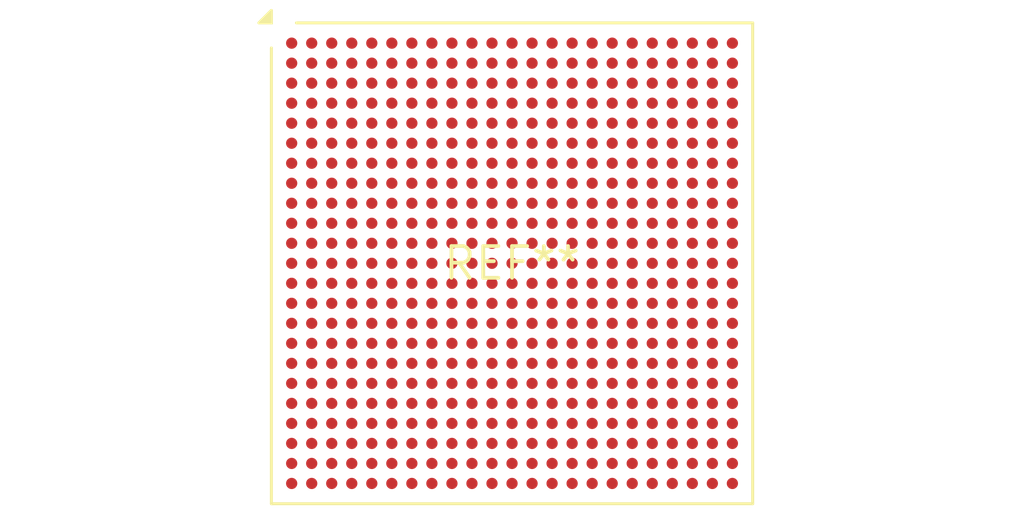
<source format=kicad_pcb>
(kicad_pcb (version 20240108) (generator pcbnew)
  (layers (0 "F.Cu" signal) (31 "B.Cu" signal) (34 "B.Paste" user) (35 "F.Paste" user) (36 "B.SilkS" user "B.Silkscreen") (37 "F.SilkS" user "F.Silkscreen") (38 "B.Mask" user) (39 "F.Mask" user) (44 "Edge.Cuts" user))
  (net 0 "")
  (footprint "BGA-529_19x19mm_Layout23x23_P0.8mm" (layer "F.Cu") (at 0 0)
    (property "Reference" "REF**")
    (property "Value" "BGA-529_19x19mm_Layout23x23_P0.8mm")
    (pad "A1" smd circle (at -8.8 -8.8) (size 0.45 0.45) (property pad_prop_bga) (layers "F.Cu" "F.Paste" "F.Mask"))
    (pad "A2" smd circle (at -8 -8.8) (size 0.45 0.45) (property pad_prop_bga) (layers "F.Cu" "F.Paste" "F.Mask"))
    (pad "A3" smd circle (at -7.2 -8.8) (size 0.45 0.45) (property pad_prop_bga) (layers "F.Cu" "F.Paste" "F.Mask"))
    (pad "A4" smd circle (at -6.4 -8.8) (size 0.45 0.45) (property pad_prop_bga) (layers "F.Cu" "F.Paste" "F.Mask"))
    (pad "A5" smd circle (at -5.6 -8.8) (size 0.45 0.45) (property pad_prop_bga) (layers "F.Cu" "F.Paste" "F.Mask"))
    (pad "A6" smd circle (at -4.8 -8.8) (size 0.45 0.45) (property pad_prop_bga) (layers "F.Cu" "F.Paste" "F.Mask"))
    (pad "A7" smd circle (at -4 -8.8) (size 0.45 0.45) (property pad_prop_bga) (layers "F.Cu" "F.Paste" "F.Mask"))
    (pad "A8" smd circle (at -3.2 -8.8) (size 0.45 0.45) (property pad_prop_bga) (layers "F.Cu" "F.Paste" "F.Mask"))
    (pad "A9" smd circle (at -2.4 -8.8) (size 0.45 0.45) (property pad_prop_bga) (layers "F.Cu" "F.Paste" "F.Mask"))
    (pad "A10" smd circle (at -1.6 -8.8) (size 0.45 0.45) (property pad_prop_bga) (layers "F.Cu" "F.Paste" "F.Mask"))
    (pad "A11" smd circle (at -0.8 -8.8) (size 0.45 0.45) (property pad_prop_bga) (layers "F.Cu" "F.Paste" "F.Mask"))
    (pad "A12" smd circle (at 0 -8.8) (size 0.45 0.45) (property pad_prop_bga) (layers "F.Cu" "F.Paste" "F.Mask"))
    (pad "A13" smd circle (at 0.8 -8.8) (size 0.45 0.45) (property pad_prop_bga) (layers "F.Cu" "F.Paste" "F.Mask"))
    (pad "A14" smd circle (at 1.6 -8.8) (size 0.45 0.45) (property pad_prop_bga) (layers "F.Cu" "F.Paste" "F.Mask"))
    (pad "A15" smd circle (at 2.4 -8.8) (size 0.45 0.45) (property pad_prop_bga) (layers "F.Cu" "F.Paste" "F.Mask"))
    (pad "A16" smd circle (at 3.2 -8.8) (size 0.45 0.45) (property pad_prop_bga) (layers "F.Cu" "F.Paste" "F.Mask"))
    (pad "A17" smd circle (at 4 -8.8) (size 0.45 0.45) (property pad_prop_bga) (layers "F.Cu" "F.Paste" "F.Mask"))
    (pad "A18" smd circle (at 4.8 -8.8) (size 0.45 0.45) (property pad_prop_bga) (layers "F.Cu" "F.Paste" "F.Mask"))
    (pad "A19" smd circle (at 5.6 -8.8) (size 0.45 0.45) (property pad_prop_bga) (layers "F.Cu" "F.Paste" "F.Mask"))
    (pad "A20" smd circle (at 6.4 -8.8) (size 0.45 0.45) (property pad_prop_bga) (layers "F.Cu" "F.Paste" "F.Mask"))
    (pad "A21" smd circle (at 7.2 -8.8) (size 0.45 0.45) (property pad_prop_bga) (layers "F.Cu" "F.Paste" "F.Mask"))
    (pad "A22" smd circle (at 8 -8.8) (size 0.45 0.45) (property pad_prop_bga) (layers "F.Cu" "F.Paste" "F.Mask"))
    (pad "A23" smd circle (at 8.8 -8.8) (size 0.45 0.45) (property pad_prop_bga) (layers "F.Cu" "F.Paste" "F.Mask"))
    (pad "AA1" smd circle (at -8.8 7.2) (size 0.45 0.45) (property pad_prop_bga) (layers "F.Cu" "F.Paste" "F.Mask"))
    (pad "AA2" smd circle (at -8 7.2) (size 0.45 0.45) (property pad_prop_bga) (layers "F.Cu" "F.Paste" "F.Mask"))
    (pad "AA3" smd circle (at -7.2 7.2) (size 0.45 0.45) (property pad_prop_bga) (layers "F.Cu" "F.Paste" "F.Mask"))
    (pad "AA4" smd circle (at -6.4 7.2) (size 0.45 0.45) (property pad_prop_bga) (layers "F.Cu" "F.Paste" "F.Mask"))
    (pad "AA5" smd circle (at -5.6 7.2) (size 0.45 0.45) (property pad_prop_bga) (layers "F.Cu" "F.Paste" "F.Mask"))
    (pad "AA6" smd circle (at -4.8 7.2) (size 0.45 0.45) (property pad_prop_bga) (layers "F.Cu" "F.Paste" "F.Mask"))
    (pad "AA7" smd circle (at -4 7.2) (size 0.45 0.45) (property pad_prop_bga) (layers "F.Cu" "F.Paste" "F.Mask"))
    (pad "AA8" smd circle (at -3.2 7.2) (size 0.45 0.45) (property pad_prop_bga) (layers "F.Cu" "F.Paste" "F.Mask"))
    (pad "AA9" smd circle (at -2.4 7.2) (size 0.45 0.45) (property pad_prop_bga) (layers "F.Cu" "F.Paste" "F.Mask"))
    (pad "AA10" smd circle (at -1.6 7.2) (size 0.45 0.45) (property pad_prop_bga) (layers "F.Cu" "F.Paste" "F.Mask"))
    (pad "AA11" smd circle (at -0.8 7.2) (size 0.45 0.45) (property pad_prop_bga) (layers "F.Cu" "F.Paste" "F.Mask"))
    (pad "AA12" smd circle (at 0 7.2) (size 0.45 0.45) (property pad_prop_bga) (layers "F.Cu" "F.Paste" "F.Mask"))
    (pad "AA13" smd circle (at 0.8 7.2) (size 0.45 0.45) (property pad_prop_bga) (layers "F.Cu" "F.Paste" "F.Mask"))
    (pad "AA14" smd circle (at 1.6 7.2) (size 0.45 0.45) (property pad_prop_bga) (layers "F.Cu" "F.Paste" "F.Mask"))
    (pad "AA15" smd circle (at 2.4 7.2) (size 0.45 0.45) (property pad_prop_bga) (layers "F.Cu" "F.Paste" "F.Mask"))
    (pad "AA16" smd circle (at 3.2 7.2) (size 0.45 0.45) (property pad_prop_bga) (layers "F.Cu" "F.Paste" "F.Mask"))
    (pad "AA17" smd circle (at 4 7.2) (size 0.45 0.45) (property pad_prop_bga) (layers "F.Cu" "F.Paste" "F.Mask"))
    (pad "AA18" smd circle (at 4.8 7.2) (size 0.45 0.45) (property pad_prop_bga) (layers "F.Cu" "F.Paste" "F.Mask"))
    (pad "AA19" smd circle (at 5.6 7.2) (size 0.45 0.45) (property pad_prop_bga) (layers "F.Cu" "F.Paste" "F.Mask"))
    (pad "AA20" smd circle (at 6.4 7.2) (size 0.45 0.45) (property pad_prop_bga) (layers "F.Cu" "F.Paste" "F.Mask"))
    (pad "AA21" smd circle (at 7.2 7.2) (size 0.45 0.45) (property pad_prop_bga) (layers "F.Cu" "F.Paste" "F.Mask"))
    (pad "AA22" smd circle (at 8 7.2) (size 0.45 0.45) (property pad_prop_bga) (layers "F.Cu" "F.Paste" "F.Mask"))
    (pad "AA23" smd circle (at 8.8 7.2) (size 0.45 0.45) (property pad_prop_bga) (layers "F.Cu" "F.Paste" "F.Mask"))
    (pad "AB1" smd circle (at -8.8 8) (size 0.45 0.45) (property pad_prop_bga) (layers "F.Cu" "F.Paste" "F.Mask"))
    (pad "AB2" smd circle (at -8 8) (size 0.45 0.45) (property pad_prop_bga) (layers "F.Cu" "F.Paste" "F.Mask"))
    (pad "AB3" smd circle (at -7.2 8) (size 0.45 0.45) (property pad_prop_bga) (layers "F.Cu" "F.Paste" "F.Mask"))
    (pad "AB4" smd circle (at -6.4 8) (size 0.45 0.45) (property pad_prop_bga) (layers "F.Cu" "F.Paste" "F.Mask"))
    (pad "AB5" smd circle (at -5.6 8) (size 0.45 0.45) (property pad_prop_bga) (layers "F.Cu" "F.Paste" "F.Mask"))
    (pad "AB6" smd circle (at -4.8 8) (size 0.45 0.45) (property pad_prop_bga) (layers "F.Cu" "F.Paste" "F.Mask"))
    (pad "AB7" smd circle (at -4 8) (size 0.45 0.45) (property pad_prop_bga) (layers "F.Cu" "F.Paste" "F.Mask"))
    (pad "AB8" smd circle (at -3.2 8) (size 0.45 0.45) (property pad_prop_bga) (layers "F.Cu" "F.Paste" "F.Mask"))
    (pad "AB9" smd circle (at -2.4 8) (size 0.45 0.45) (property pad_prop_bga) (layers "F.Cu" "F.Paste" "F.Mask"))
    (pad "AB10" smd circle (at -1.6 8) (size 0.45 0.45) (property pad_prop_bga) (layers "F.Cu" "F.Paste" "F.Mask"))
    (pad "AB11" smd circle (at -0.8 8) (size 0.45 0.45) (property pad_prop_bga) (layers "F.Cu" "F.Paste" "F.Mask"))
    (pad "AB12" smd circle (at 0 8) (size 0.45 0.45) (property pad_prop_bga) (layers "F.Cu" "F.Paste" "F.Mask"))
    (pad "AB13" smd circle (at 0.8 8) (size 0.45 0.45) (property pad_prop_bga) (layers "F.Cu" "F.Paste" "F.Mask"))
    (pad "AB14" smd circle (at 1.6 8) (size 0.45 0.45) (property pad_prop_bga) (layers "F.Cu" "F.Paste" "F.Mask"))
    (pad "AB15" smd circle (at 2.4 8) (size 0.45 0.45) (property pad_prop_bga) (layers "F.Cu" "F.Paste" "F.Mask"))
    (pad "AB16" smd circle (at 3.2 8) (size 0.45 0.45) (property pad_prop_bga) (layers "F.Cu" "F.Paste" "F.Mask"))
    (pad "AB17" smd circle (at 4 8) (size 0.45 0.45) (property pad_prop_bga) (layers "F.Cu" "F.Paste" "F.Mask"))
    (pad "AB18" smd circle (at 4.8 8) (size 0.45 0.45) (property pad_prop_bga) (layers "F.Cu" "F.Paste" "F.Mask"))
    (pad "AB19" smd circle (at 5.6 8) (size 0.45 0.45) (property pad_prop_bga) (layers "F.Cu" "F.Paste" "F.Mask"))
    (pad "AB20" smd circle (at 6.4 8) (size 0.45 0.45) (property pad_prop_bga) (layers "F.Cu" "F.Paste" "F.Mask"))
    (pad "AB21" smd circle (at 7.2 8) (size 0.45 0.45) (property pad_prop_bga) (layers "F.Cu" "F.Paste" "F.Mask"))
    (pad "AB22" smd circle (at 8 8) (size 0.45 0.45) (property pad_prop_bga) (layers "F.Cu" "F.Paste" "F.Mask"))
    (pad "AB23" smd circle (at 8.8 8) (size 0.45 0.45) (property pad_prop_bga) (layers "F.Cu" "F.Paste" "F.Mask"))
    (pad "AC1" smd circle (at -8.8 8.8) (size 0.45 0.45) (property pad_prop_bga) (layers "F.Cu" "F.Paste" "F.Mask"))
    (pad "AC2" smd circle (at -8 8.8) (size 0.45 0.45) (property pad_prop_bga) (layers "F.Cu" "F.Paste" "F.Mask"))
    (pad "AC3" smd circle (at -7.2 8.8) (size 0.45 0.45) (property pad_prop_bga) (layers "F.Cu" "F.Paste" "F.Mask"))
    (pad "AC4" smd circle (at -6.4 8.8) (size 0.45 0.45) (property pad_prop_bga) (layers "F.Cu" "F.Paste" "F.Mask"))
    (pad "AC5" smd circle (at -5.6 8.8) (size 0.45 0.45) (property pad_prop_bga) (layers "F.Cu" "F.Paste" "F.Mask"))
    (pad "AC6" smd circle (at -4.8 8.8) (size 0.45 0.45) (property pad_prop_bga) (layers "F.Cu" "F.Paste" "F.Mask"))
    (pad "AC7" smd circle (at -4 8.8) (size 0.45 0.45) (property pad_prop_bga) (layers "F.Cu" "F.Paste" "F.Mask"))
    (pad "AC8" smd circle (at -3.2 8.8) (size 0.45 0.45) (property pad_prop_bga) (layers "F.Cu" "F.Paste" "F.Mask"))
    (pad "AC9" smd circle (at -2.4 8.8) (size 0.45 0.45) (property pad_prop_bga) (layers "F.Cu" "F.Paste" "F.Mask"))
    (pad "AC10" smd circle (at -1.6 8.8) (size 0.45 0.45) (property pad_prop_bga) (layers "F.Cu" "F.Paste" "F.Mask"))
    (pad "AC11" smd circle (at -0.8 8.8) (size 0.45 0.45) (property pad_prop_bga) (layers "F.Cu" "F.Paste" "F.Mask"))
    (pad "AC12" smd circle (at 0 8.8) (size 0.45 0.45) (property pad_prop_bga) (layers "F.Cu" "F.Paste" "F.Mask"))
    (pad "AC13" smd circle (at 0.8 8.8) (size 0.45 0.45) (property pad_prop_bga) (layers "F.Cu" "F.Paste" "F.Mask"))
    (pad "AC14" smd circle (at 1.6 8.8) (size 0.45 0.45) (property pad_prop_bga) (layers "F.Cu" "F.Paste" "F.Mask"))
    (pad "AC15" smd circle (at 2.4 8.8) (size 0.45 0.45) (property pad_prop_bga) (layers "F.Cu" "F.Paste" "F.Mask"))
    (pad "AC16" smd circle (at 3.2 8.8) (size 0.45 0.45) (property pad_prop_bga) (layers "F.Cu" "F.Paste" "F.Mask"))
    (pad "AC17" smd circle (at 4 8.8) (size 0.45 0.45) (property pad_prop_bga) (layers "F.Cu" "F.Paste" "F.Mask"))
    (pad "AC18" smd circle (at 4.8 8.8) (size 0.45 0.45) (property pad_prop_bga) (layers "F.Cu" "F.Paste" "F.Mask"))
    (pad "AC19" smd circle (at 5.6 8.8) (size 0.45 0.45) (property pad_prop_bga) (layers "F.Cu" "F.Paste" "F.Mask"))
    (pad "AC20" smd circle (at 6.4 8.8) (size 0.45 0.45) (property pad_prop_bga) (layers "F.Cu" "F.Paste" "F.Mask"))
    (pad "AC21" smd circle (at 7.2 8.8) (size 0.45 0.45) (property pad_prop_bga) (layers "F.Cu" "F.Paste" "F.Mask"))
    (pad "AC22" smd circle (at 8 8.8) (size 0.45 0.45) (property pad_prop_bga) (layers "F.Cu" "F.Paste" "F.Mask"))
    (pad "AC23" smd circle (at 8.8 8.8) (size 0.45 0.45) (property pad_prop_bga) (layers "F.Cu" "F.Paste" "F.Mask"))
    (pad "B1" smd circle (at -8.8 -8) (size 0.45 0.45) (property pad_prop_bga) (layers "F.Cu" "F.Paste" "F.Mask"))
    (pad "B2" smd circle (at -8 -8) (size 0.45 0.45) (property pad_prop_bga) (layers "F.Cu" "F.Paste" "F.Mask"))
    (pad "B3" smd circle (at -7.2 -8) (size 0.45 0.45) (property pad_prop_bga) (layers "F.Cu" "F.Paste" "F.Mask"))
    (pad "B4" smd circle (at -6.4 -8) (size 0.45 0.45) (property pad_prop_bga) (layers "F.Cu" "F.Paste" "F.Mask"))
    (pad "B5" smd circle (at -5.6 -8) (size 0.45 0.45) (property pad_prop_bga) (layers "F.Cu" "F.Paste" "F.Mask"))
    (pad "B6" smd circle (at -4.8 -8) (size 0.45 0.45) (property pad_prop_bga) (layers "F.Cu" "F.Paste" "F.Mask"))
    (pad "B7" smd circle (at -4 -8) (size 0.45 0.45) (property pad_prop_bga) (layers "F.Cu" "F.Paste" "F.Mask"))
    (pad "B8" smd circle (at -3.2 -8) (size 0.45 0.45) (property pad_prop_bga) (layers "F.Cu" "F.Paste" "F.Mask"))
    (pad "B9" smd circle (at -2.4 -8) (size 0.45 0.45) (property pad_prop_bga) (layers "F.Cu" "F.Paste" "F.Mask"))
    (pad "B10" smd circle (at -1.6 -8) (size 0.45 0.45) (property pad_prop_bga) (layers "F.Cu" "F.Paste" "F.Mask"))
    (pad "B11" smd circle (at -0.8 -8) (size 0.45 0.45) (property pad_prop_bga) (layers "F.Cu" "F.Paste" "F.Mask"))
    (pad "B12" smd circle (at 0 -8) (size 0.45 0.45) (property pad_prop_bga) (layers "F.Cu" "F.Paste" "F.Mask"))
    (pad "B13" smd circle (at 0.8 -8) (size 0.45 0.45) (property pad_prop_bga) (layers "F.Cu" "F.Paste" "F.Mask"))
    (pad "B14" smd circle (at 1.6 -8) (size 0.45 0.45) (property pad_prop_bga) (layers "F.Cu" "F.Paste" "F.Mask"))
    (pad "B15" smd circle (at 2.4 -8) (size 0.45 0.45) (property pad_prop_bga) (layers "F.Cu" "F.Paste" "F.Mask"))
    (pad "B16" smd circle (at 3.2 -8) (size 0.45 0.45) (property pad_prop_bga) (layers "F.Cu" "F.Paste" "F.Mask"))
    (pad "B17" smd circle (at 4 -8) (size 0.45 0.45) (property pad_prop_bga) (layers "F.Cu" "F.Paste" "F.Mask"))
    (pad "B18" smd circle (at 4.8 -8) (size 0.45 0.45) (property pad_prop_bga) (layers "F.Cu" "F.Paste" "F.Mask"))
    (pad "B19" smd circle (at 5.6 -8) (size 0.45 0.45) (property pad_prop_bga) (layers "F.Cu" "F.Paste" "F.Mask"))
    (pad "B20" smd circle (at 6.4 -8) (size 0.45 0.45) (property pad_prop_bga) (layers "F.Cu" "F.Paste" "F.Mask"))
    (pad "B21" smd circle (at 7.2 -8) (size 0.45 0.45) (property pad_prop_bga) (layers "F.Cu" "F.Paste" "F.Mask"))
    (pad "B22" smd circle (at 8 -8) (size 0.45 0.45) (property pad_prop_bga) (layers "F.Cu" "F.Paste" "F.Mask"))
    (pad "B23" smd circle (at 8.8 -8) (size 0.45 0.45) (property pad_prop_bga) (layers "F.Cu" "F.Paste" "F.Mask"))
    (pad "C1" smd circle (at -8.8 -7.2) (size 0.45 0.45) (property pad_prop_bga) (layers "F.Cu" "F.Paste" "F.Mask"))
    (pad "C2" smd circle (at -8 -7.2) (size 0.45 0.45) (property pad_prop_bga) (layers "F.Cu" "F.Paste" "F.Mask"))
    (pad "C3" smd circle (at -7.2 -7.2) (size 0.45 0.45) (property pad_prop_bga) (layers "F.Cu" "F.Paste" "F.Mask"))
    (pad "C4" smd circle (at -6.4 -7.2) (size 0.45 0.45) (property pad_prop_bga) (layers "F.Cu" "F.Paste" "F.Mask"))
    (pad "C5" smd circle (at -5.6 -7.2) (size 0.45 0.45) (property pad_prop_bga) (layers "F.Cu" "F.Paste" "F.Mask"))
    (pad "C6" smd circle (at -4.8 -7.2) (size 0.45 0.45) (property pad_prop_bga) (layers "F.Cu" "F.Paste" "F.Mask"))
    (pad "C7" smd circle (at -4 -7.2) (size 0.45 0.45) (property pad_prop_bga) (layers "F.Cu" "F.Paste" "F.Mask"))
    (pad "C8" smd circle (at -3.2 -7.2) (size 0.45 0.45) (property pad_prop_bga) (layers "F.Cu" "F.Paste" "F.Mask"))
    (pad "C9" smd circle (at -2.4 -7.2) (size 0.45 0.45) (property pad_prop_bga) (layers "F.Cu" "F.Paste" "F.Mask"))
    (pad "C10" smd circle (at -1.6 -7.2) (size 0.45 0.45) (property pad_prop_bga) (layers "F.Cu" "F.Paste" "F.Mask"))
    (pad "C11" smd circle (at -0.8 -7.2) (size 0.45 0.45) (property pad_prop_bga) (layers "F.Cu" "F.Paste" "F.Mask"))
    (pad "C12" smd circle (at 0 -7.2) (size 0.45 0.45) (property pad_prop_bga) (layers "F.Cu" "F.Paste" "F.Mask"))
    (pad "C13" smd circle (at 0.8 -7.2) (size 0.45 0.45) (property pad_prop_bga) (layers "F.Cu" "F.Paste" "F.Mask"))
    (pad "C14" smd circle (at 1.6 -7.2) (size 0.45 0.45) (property pad_prop_bga) (layers "F.Cu" "F.Paste" "F.Mask"))
    (pad "C15" smd circle (at 2.4 -7.2) (size 0.45 0.45) (property pad_prop_bga) (layers "F.Cu" "F.Paste" "F.Mask"))
    (pad "C16" smd circle (at 3.2 -7.2) (size 0.45 0.45) (property pad_prop_bga) (layers "F.Cu" "F.Paste" "F.Mask"))
    (pad "C17" smd circle (at 4 -7.2) (size 0.45 0.45) (property pad_prop_bga) (layers "F.Cu" "F.Paste" "F.Mask"))
    (pad "C18" smd circle (at 4.8 -7.2) (size 0.45 0.45) (property pad_prop_bga) (layers "F.Cu" "F.Paste" "F.Mask"))
    (pad "C19" smd circle (at 5.6 -7.2) (size 0.45 0.45) (property pad_prop_bga) (layers "F.Cu" "F.Paste" "F.Mask"))
    (pad "C20" smd circle (at 6.4 -7.2) (size 0.45 0.45) (property pad_prop_bga) (layers "F.Cu" "F.Paste" "F.Mask"))
    (pad "C21" smd circle (at 7.2 -7.2) (size 0.45 0.45) (property pad_prop_bga) (layers "F.Cu" "F.Paste" "F.Mask"))
    (pad "C22" smd circle (at 8 -7.2) (size 0.45 0.45) (property pad_prop_bga) (layers "F.Cu" "F.Paste" "F.Mask"))
    (pad "C23" smd circle (at 8.8 -7.2) (size 0.45 0.45) (property pad_prop_bga) (layers "F.Cu" "F.Paste" "F.Mask"))
    (pad "D1" smd circle (at -8.8 -6.4) (size 0.45 0.45) (property pad_prop_bga) (layers "F.Cu" "F.Paste" "F.Mask"))
    (pad "D2" smd circle (at -8 -6.4) (size 0.45 0.45) (property pad_prop_bga) (layers "F.Cu" "F.Paste" "F.Mask"))
    (pad "D3" smd circle (at -7.2 -6.4) (size 0.45 0.45) (property pad_prop_bga) (layers "F.Cu" "F.Paste" "F.Mask"))
    (pad "D4" smd circle (at -6.4 -6.4) (size 0.45 0.45) (property pad_prop_bga) (layers "F.Cu" "F.Paste" "F.Mask"))
    (pad "D5" smd circle (at -5.6 -6.4) (size 0.45 0.45) (property pad_prop_bga) (layers "F.Cu" "F.Paste" "F.Mask"))
    (pad "D6" smd circle (at -4.8 -6.4) (size 0.45 0.45) (property pad_prop_bga) (layers "F.Cu" "F.Paste" "F.Mask"))
    (pad "D7" smd circle (at -4 -6.4) (size 0.45 0.45) (property pad_prop_bga) (layers "F.Cu" "F.Paste" "F.Mask"))
    (pad "D8" smd circle (at -3.2 -6.4) (size 0.45 0.45) (property pad_prop_bga) (layers "F.Cu" "F.Paste" "F.Mask"))
    (pad "D9" smd circle (at -2.4 -6.4) (size 0.45 0.45) (property pad_prop_bga) (layers "F.Cu" "F.Paste" "F.Mask"))
    (pad "D10" smd circle (at -1.6 -6.4) (size 0.45 0.45) (property pad_prop_bga) (layers "F.Cu" "F.Paste" "F.Mask"))
    (pad "D11" smd circle (at -0.8 -6.4) (size 0.45 0.45) (property pad_prop_bga) (layers "F.Cu" "F.Paste" "F.Mask"))
    (pad "D12" smd circle (at 0 -6.4) (size 0.45 0.45) (property pad_prop_bga) (layers "F.Cu" "F.Paste" "F.Mask"))
    (pad "D13" smd circle (at 0.8 -6.4) (size 0.45 0.45) (property pad_prop_bga) (layers "F.Cu" "F.Paste" "F.Mask"))
    (pad "D14" smd circle (at 1.6 -6.4) (size 0.45 0.45) (property pad_prop_bga) (layers "F.Cu" "F.Paste" "F.Mask"))
    (pad "D15" smd circle (at 2.4 -6.4) (size 0.45 0.45) (property pad_prop_bga) (layers "F.Cu" "F.Paste" "F.Mask"))
    (pad "D16" smd circle (at 3.2 -6.4) (size 0.45 0.45) (property pad_prop_bga) (layers "F.Cu" "F.Paste" "F.Mask"))
    (pad "D17" smd circle (at 4 -6.4) (size 0.45 0.45) (property pad_prop_bga) (layers "F.Cu" "F.Paste" "F.Mask"))
    (pad "D18" smd circle (at 4.8 -6.4) (size 0.45 0.45) (property pad_prop_bga) (layers "F.Cu" "F.Paste" "F.Mask"))
    (pad "D19" smd circle (at 5.6 -6.4) (size 0.45 0.45) (property pad_prop_bga) (layers "F.Cu" "F.Paste" "F.Mask"))
    (pad "D20" smd circle (at 6.4 -6.4) (size 0.45 0.45) (property pad_prop_bga) (layers "F.Cu" "F.Paste" "F.Mask"))
    (pad "D21" smd circle (at 7.2 -6.4) (size 0.45 0.45) (property pad_prop_bga) (layers "F.Cu" "F.Paste" "F.Mask"))
    (pad "D22" smd circle (at 8 -6.4) (size 0.45 0.45) (property pad_prop_bga) (layers "F.Cu" "F.Paste" "F.Mask"))
    (pad "D23" smd circle (at 8.8 -6.4) (size 0.45 0.45) (property pad_prop_bga) (layers "F.Cu" "F.Paste" "F.Mask"))
    (pad "E1" smd circle (at -8.8 -5.6) (size 0.45 0.45) (property pad_prop_bga) (layers "F.Cu" "F.Paste" "F.Mask"))
    (pad "E2" smd circle (at -8 -5.6) (size 0.45 0.45) (property pad_prop_bga) (layers "F.Cu" "F.Paste" "F.Mask"))
    (pad "E3" smd circle (at -7.2 -5.6) (size 0.45 0.45) (property pad_prop_bga) (layers "F.Cu" "F.Paste" "F.Mask"))
    (pad "E4" smd circle (at -6.4 -5.6) (size 0.45 0.45) (property pad_prop_bga) (layers "F.Cu" "F.Paste" "F.Mask"))
    (pad "E5" smd circle (at -5.6 -5.6) (size 0.45 0.45) (property pad_prop_bga) (layers "F.Cu" "F.Paste" "F.Mask"))
    (pad "E6" smd circle (at -4.8 -5.6) (size 0.45 0.45) (property pad_prop_bga) (layers "F.Cu" "F.Paste" "F.Mask"))
    (pad "E7" smd circle (at -4 -5.6) (size 0.45 0.45) (property pad_prop_bga) (layers "F.Cu" "F.Paste" "F.Mask"))
    (pad "E8" smd circle (at -3.2 -5.6) (size 0.45 0.45) (property pad_prop_bga) (layers "F.Cu" "F.Paste" "F.Mask"))
    (pad "E9" smd circle (at -2.4 -5.6) (size 0.45 0.45) (property pad_prop_bga) (layers "F.Cu" "F.Paste" "F.Mask"))
    (pad "E10" smd circle (at -1.6 -5.6) (size 0.45 0.45) (property pad_prop_bga) (layers "F.Cu" "F.Paste" "F.Mask"))
    (pad "E11" smd circle (at -0.8 -5.6) (size 0.45 0.45) (property pad_prop_bga) (layers "F.Cu" "F.Paste" "F.Mask"))
    (pad "E12" smd circle (at 0 -5.6) (size 0.45 0.45) (property pad_prop_bga) (layers "F.Cu" "F.Paste" "F.Mask"))
    (pad "E13" smd circle (at 0.8 -5.6) (size 0.45 0.45) (property pad_prop_bga) (layers "F.Cu" "F.Paste" "F.Mask"))
    (pad "E14" smd circle (at 1.6 -5.6) (size 0.45 0.45) (property pad_prop_bga) (layers "F.Cu" "F.Paste" "F.Mask"))
    (pad "E15" smd circle (at 2.4 -5.6) (size 0.45 0.45) (property pad_prop_bga) (layers "F.Cu" "F.Paste" "F.Mask"))
    (pad "E16" smd circle (at 3.2 -5.6) (size 0.45 0.45) (property pad_prop_bga) (layers "F.Cu" "F.Paste" "F.Mask"))
    (pad "E17" smd circle (at 4 -5.6) (size 0.45 0.45) (property pad_prop_bga) (layers "F.Cu" "F.Paste" "F.Mask"))
    (pad "E18" smd circle (at 4.8 -5.6) (size 0.45 0.45) (property pad_prop_bga) (layers "F.Cu" "F.Paste" "F.Mask"))
    (pad "E19" smd circle (at 5.6 -5.6) (size 0.45 0.45) (property pad_prop_bga) (layers "F.Cu" "F.Paste" "F.Mask"))
    (pad "E20" smd circle (at 6.4 -5.6) (size 0.45 0.45) (property pad_prop_bga) (layers "F.Cu" "F.Paste" "F.Mask"))
    (pad "E21" smd circle (at 7.2 -5.6) (size 0.45 0.45) (property pad_prop_bga) (layers "F.Cu" "F.Paste" "F.Mask"))
    (pad "E22" smd circle (at 8 -5.6) (size 0.45 0.45) (property pad_prop_bga) (layers "F.Cu" "F.Paste" "F.Mask"))
    (pad "E23" smd circle (at 8.8 -5.6) (size 0.45 0.45) (property pad_prop_bga) (layers "F.Cu" "F.Paste" "F.Mask"))
    (pad "F1" smd circle (at -8.8 -4.8) (size 0.45 0.45) (property pad_prop_bga) (layers "F.Cu" "F.Paste" "F.Mask"))
    (pad "F2" smd circle (at -8 -4.8) (size 0.45 0.45) (property pad_prop_bga) (layers "F.Cu" "F.Paste" "F.Mask"))
    (pad "F3" smd circle (at -7.2 -4.8) (size 0.45 0.45) (property pad_prop_bga) (layers "F.Cu" "F.Paste" "F.Mask"))
    (pad "F4" smd circle (at -6.4 -4.8) (size 0.45 0.45) (property pad_prop_bga) (layers "F.Cu" "F.Paste" "F.Mask"))
    (pad "F5" smd circle (at -5.6 -4.8) (size 0.45 0.45) (property pad_prop_bga) (layers "F.Cu" "F.Paste" "F.Mask"))
    (pad "F6" smd circle (at -4.8 -4.8) (size 0.45 0.45) (property pad_prop_bga) (layers "F.Cu" "F.Paste" "F.Mask"))
    (pad "F7" smd circle (at -4 -4.8) (size 0.45 0.45) (property pad_prop_bga) (layers "F.Cu" "F.Paste" "F.Mask"))
    (pad "F8" smd circle (at -3.2 -4.8) (size 0.45 0.45) (property pad_prop_bga) (layers "F.Cu" "F.Paste" "F.Mask"))
    (pad "F9" smd circle (at -2.4 -4.8) (size 0.45 0.45) (property pad_prop_bga) (layers "F.Cu" "F.Paste" "F.Mask"))
    (pad "F10" smd circle (at -1.6 -4.8) (size 0.45 0.45) (property pad_prop_bga) (layers "F.Cu" "F.Paste" "F.Mask"))
    (pad "F11" smd circle (at -0.8 -4.8) (size 0.45 0.45) (property pad_prop_bga) (layers "F.Cu" "F.Paste" "F.Mask"))
    (pad "F12" smd circle (at 0 -4.8) (size 0.45 0.45) (property pad_prop_bga) (layers "F.Cu" "F.Paste" "F.Mask"))
    (pad "F13" smd circle (at 0.8 -4.8) (size 0.45 0.45) (property pad_prop_bga) (layers "F.Cu" "F.Paste" "F.Mask"))
    (pad "F14" smd circle (at 1.6 -4.8) (size 0.45 0.45) (property pad_prop_bga) (layers "F.Cu" "F.Paste" "F.Mask"))
    (pad "F15" smd circle (at 2.4 -4.8) (size 0.45 0.45) (property pad_prop_bga) (layers "F.Cu" "F.Paste" "F.Mask"))
    (pad "F16" smd circle (at 3.2 -4.8) (size 0.45 0.45) (property pad_prop_bga) (layers "F.Cu" "F.Paste" "F.Mask"))
    (pad "F17" smd circle (at 4 -4.8) (size 0.45 0.45) (property pad_prop_bga) (layers "F.Cu" "F.Paste" "F.Mask"))
    (pad "F18" smd circle (at 4.8 -4.8) (size 0.45 0.45) (property pad_prop_bga) (layers "F.Cu" "F.Paste" "F.Mask"))
    (pad "F19" smd circle (at 5.6 -4.8) (size 0.45 0.45) (property pad_prop_bga) (layers "F.Cu" "F.Paste" "F.Mask"))
    (pad "F20" smd circle (at 6.4 -4.8) (size 0.45 0.45) (property pad_prop_bga) (layers "F.Cu" "F.Paste" "F.Mask"))
    (pad "F21" smd circle (at 7.2 -4.8) (size 0.45 0.45) (property pad_prop_bga) (layers "F.Cu" "F.Paste" "F.Mask"))
    (pad "F22" smd circle (at 8 -4.8) (size 0.45 0.45) (property pad_prop_bga) (layers "F.Cu" "F.Paste" "F.Mask"))
    (pad "F23" smd circle (at 8.8 -4.8) (size 0.45 0.45) (property pad_prop_bga) (layers "F.Cu" "F.Paste" "F.Mask"))
    (pad "G1" smd circle (at -8.8 -4) (size 0.45 0.45) (property pad_prop_bga) (layers "F.Cu" "F.Paste" "F.Mask"))
    (pad "G2" smd circle (at -8 -4) (size 0.45 0.45) (property pad_prop_bga) (layers "F.Cu" "F.Paste" "F.Mask"))
    (pad "G3" smd circle (at -7.2 -4) (size 0.45 0.45) (property pad_prop_bga) (layers "F.Cu" "F.Paste" "F.Mask"))
    (pad "G4" smd circle (at -6.4 -4) (size 0.45 0.45) (property pad_prop_bga) (layers "F.Cu" "F.Paste" "F.Mask"))
    (pad "G5" smd circle (at -5.6 -4) (size 0.45 0.45) (property pad_prop_bga) (layers "F.Cu" "F.Paste" "F.Mask"))
    (pad "G6" smd circle (at -4.8 -4) (size 0.45 0.45) (property pad_prop_bga) (layers "F.Cu" "F.Paste" "F.Mask"))
    (pad "G7" smd circle (at -4 -4) (size 0.45 0.45) (property pad_prop_bga) (layers "F.Cu" "F.Paste" "F.Mask"))
    (pad "G8" smd circle (at -3.2 -4) (size 0.45 0.45) (property pad_prop_bga) (layers "F.Cu" "F.Paste" "F.Mask"))
    (pad "G9" smd circle (at -2.4 -4) (size 0.45 0.45) (property pad_prop_bga) (layers "F.Cu" "F.Paste" "F.Mask"))
    (pad "G10" smd circle (at -1.6 -4) (size 0.45 0.45) (property pad_prop_bga) (layers "F.Cu" "F.Paste" "F.Mask"))
    (pad "G11" smd circle (at -0.8 -4) (size 0.45 0.45) (property pad_prop_bga) (layers "F.Cu" "F.Paste" "F.Mask"))
    (pad "G12" smd circle (at 0 -4) (size 0.45 0.45) (property pad_prop_bga) (layers "F.Cu" "F.Paste" "F.Mask"))
    (pad "G13" smd circle (at 0.8 -4) (size 0.45 0.45) (property pad_prop_bga) (layers "F.Cu" "F.Paste" "F.Mask"))
    (pad "G14" smd circle (at 1.6 -4) (size 0.45 0.45) (property pad_prop_bga) (layers "F.Cu" "F.Paste" "F.Mask"))
    (pad "G15" smd circle (at 2.4 -4) (size 0.45 0.45) (property pad_prop_bga) (layers "F.Cu" "F.Paste" "F.Mask"))
    (pad "G16" smd circle (at 3.2 -4) (size 0.45 0.45) (property pad_prop_bga) (layers "F.Cu" "F.Paste" "F.Mask"))
    (pad "G17" smd circle (at 4 -4) (size 0.45 0.45) (property pad_prop_bga) (layers "F.Cu" "F.Paste" "F.Mask"))
    (pad "G18" smd circle (at 4.8 -4) (size 0.45 0.45) (property pad_prop_bga) (layers "F.Cu" "F.Paste" "F.Mask"))
    (pad "G19" smd circle (at 5.6 -4) (size 0.45 0.45) (property pad_prop_bga) (layers "F.Cu" "F.Paste" "F.Mask"))
    (pad "G20" smd circle (at 6.4 -4) (size 0.45 0.45) (property pad_prop_bga) (layers "F.Cu" "F.Paste" "F.Mask"))
    (pad "G21" smd circle (at 7.2 -4) (size 0.45 0.45) (property pad_prop_bga) (layers "F.Cu" "F.Paste" "F.Mask"))
    (pad "G22" smd circle (at 8 -4) (size 0.45 0.45) (property pad_prop_bga) (layers "F.Cu" "F.Paste" "F.Mask"))
    (pad "G23" smd circle (at 8.8 -4) (size 0.45 0.45) (property pad_prop_bga) (layers "F.Cu" "F.Paste" "F.Mask"))
    (pad "H1" smd circle (at -8.8 -3.2) (size 0.45 0.45) (property pad_prop_bga) (layers "F.Cu" "F.Paste" "F.Mask"))
    (pad "H2" smd circle (at -8 -3.2) (size 0.45 0.45) (property pad_prop_bga) (layers "F.Cu" "F.Paste" "F.Mask"))
    (pad "H3" smd circle (at -7.2 -3.2) (size 0.45 0.45) (property pad_prop_bga) (layers "F.Cu" "F.Paste" "F.Mask"))
    (pad "H4" smd circle (at -6.4 -3.2) (size 0.45 0.45) (property pad_prop_bga) (layers "F.Cu" "F.Paste" "F.Mask"))
    (pad "H5" smd circle (at -5.6 -3.2) (size 0.45 0.45) (property pad_prop_bga) (layers "F.Cu" "F.Paste" "F.Mask"))
    (pad "H6" smd circle (at -4.8 -3.2) (size 0.45 0.45) (property pad_prop_bga) (layers "F.Cu" "F.Paste" "F.Mask"))
    (pad "H7" smd circle (at -4 -3.2) (size 0.45 0.45) (property pad_prop_bga) (layers "F.Cu" "F.Paste" "F.Mask"))
    (pad "H8" smd circle (at -3.2 -3.2) (size 0.45 0.45) (property pad_prop_bga) (layers "F.Cu" "F.Paste" "F.Mask"))
    (pad "H9" smd circle (at -2.4 -3.2) (size 0.45 0.45) (property pad_prop_bga) (layers "F.Cu" "F.Paste" "F.Mask"))
    (pad "H10" smd circle (at -1.6 -3.2) (size 0.45 0.45) (property pad_prop_bga) (layers "F.Cu" "F.Paste" "F.Mask"))
    (pad "H11" smd circle (at -0.8 -3.2) (size 0.45 0.45) (property pad_prop_bga) (layers "F.Cu" "F.Paste" "F.Mask"))
    (pad "H12" smd circle (at 0 -3.2) (size 0.45 0.45) (property pad_prop_bga) (layers "F.Cu" "F.Paste" "F.Mask"))
    (pad "H13" smd circle (at 0.8 -3.2) (size 0.45 0.45) (property pad_prop_bga) (layers "F.Cu" "F.Paste" "F.Mask"))
    (pad "H14" smd circle (at 1.6 -3.2) (size 0.45 0.45) (property pad_prop_bga) (layers "F.Cu" "F.Paste" "F.Mask"))
    (pad "H15" smd circle (at 2.4 -3.2) (size 0.45 0.45) (property pad_prop_bga) (layers "F.Cu" "F.Paste" "F.Mask"))
    (pad "H16" smd circle (at 3.2 -3.2) (size 0.45 0.45) (property pad_prop_bga) (layers "F.Cu" "F.Paste" "F.Mask"))
    (pad "H17" smd circle (at 4 -3.2) (size 0.45 0.45) (property pad_prop_bga) (layers "F.Cu" "F.Paste" "F.Mask"))
    (pad "H18" smd circle (at 4.8 -3.2) (size 0.45 0.45) (property pad_prop_bga) (layers "F.Cu" "F.Paste" "F.Mask"))
    (pad "H19" smd circle (at 5.6 -3.2) (size 0.45 0.45) (property pad_prop_bga) (layers "F.Cu" "F.Paste" "F.Mask"))
    (pad "H20" smd circle (at 6.4 -3.2) (size 0.45 0.45) (property pad_prop_bga) (layers "F.Cu" "F.Paste" "F.Mask"))
    (pad "H21" smd circle (at 7.2 -3.2) (size 0.45 0.45) (property pad_prop_bga) (layers "F.Cu" "F.Paste" "F.Mask"))
    (pad "H22" smd circle (at 8 -3.2) (size 0.45 0.45) (property pad_prop_bga) (layers "F.Cu" "F.Paste" "F.Mask"))
    (pad "H23" smd circle (at 8.8 -3.2) (size 0.45 0.45) (property pad_prop_bga) (layers "F.Cu" "F.Paste" "F.Mask"))
    (pad "J1" smd circle (at -8.8 -2.4) (size 0.45 0.45) (property pad_prop_bga) (layers "F.Cu" "F.Paste" "F.Mask"))
    (pad "J2" smd circle (at -8 -2.4) (size 0.45 0.45) (property pad_prop_bga) (layers "F.Cu" "F.Paste" "F.Mask"))
    (pad "J3" smd circle (at -7.2 -2.4) (size 0.45 0.45) (property pad_prop_bga) (layers "F.Cu" "F.Paste" "F.Mask"))
    (pad "J4" smd circle (at -6.4 -2.4) (size 0.45 0.45) (property pad_prop_bga) (layers "F.Cu" "F.Paste" "F.Mask"))
    (pad "J5" smd circle (at -5.6 -2.4) (size 0.45 0.45) (property pad_prop_bga) (layers "F.Cu" "F.Paste" "F.Mask"))
    (pad "J6" smd circle (at -4.8 -2.4) (size 0.45 0.45) (property pad_prop_bga) (layers "F.Cu" "F.Paste" "F.Mask"))
    (pad "J7" smd circle (at -4 -2.4) (size 0.45 0.45) (property pad_prop_bga) (layers "F.Cu" "F.Paste" "F.Mask"))
    (pad "J8" smd circle (at -3.2 -2.4) (size 0.45 0.45) (property pad_prop_bga) (layers "F.Cu" "F.Paste" "F.Mask"))
    (pad "J9" smd circle (at -2.4 -2.4) (size 0.45 0.45) (property pad_prop_bga) (layers "F.Cu" "F.Paste" "F.Mask"))
    (pad "J10" smd circle (at -1.6 -2.4) (size 0.45 0.45) (property pad_prop_bga) (layers "F.Cu" "F.Paste" "F.Mask"))
    (pad "J11" smd circle (at -0.8 -2.4) (size 0.45 0.45) (property pad_prop_bga) (layers "F.Cu" "F.Paste" "F.Mask"))
    (pad "J12" smd circle (at 0 -2.4) (size 0.45 0.45) (property pad_prop_bga) (layers "F.Cu" "F.Paste" "F.Mask"))
    (pad "J13" smd circle (at 0.8 -2.4) (size 0.45 0.45) (property pad_prop_bga) (layers "F.Cu" "F.Paste" "F.Mask"))
    (pad "J14" smd circle (at 1.6 -2.4) (size 0.45 0.45) (property pad_prop_bga) (layers "F.Cu" "F.Paste" "F.Mask"))
    (pad "J15" smd circle (at 2.4 -2.4) (size 0.45 0.45) (property pad_prop_bga) (layers "F.Cu" "F.Paste" "F.Mask"))
    (pad "J16" smd circle (at 3.2 -2.4) (size 0.45 0.45) (property pad_prop_bga) (layers "F.Cu" "F.Paste" "F.Mask"))
    (pad "J17" smd circle (at 4 -2.4) (size 0.45 0.45) (property pad_prop_bga) (layers "F.Cu" "F.Paste" "F.Mask"))
    (pad "J18" smd circle (at 4.8 -2.4) (size 0.45 0.45) (property pad_prop_bga) (layers "F.Cu" "F.Paste" "F.Mask"))
    (pad "J19" smd circle (at 5.6 -2.4) (size 0.45 0.45) (property pad_prop_bga) (layers "F.Cu" "F.Paste" "F.Mask"))
    (pad "J20" smd circle (at 6.4 -2.4) (size 0.45 0.45) (property pad_prop_bga) (layers "F.Cu" "F.Paste" "F.Mask"))
    (pad "J21" smd circle (at 7.2 -2.4) (size 0.45 0.45) (property pad_prop_bga) (layers "F.Cu" "F.Paste" "F.Mask"))
    (pad "J22" smd circle (at 8 -2.4) (size 0.45 0.45) (property pad_prop_bga) (layers "F.Cu" "F.Paste" "F.Mask"))
    (pad "J23" smd circle (at 8.8 -2.4) (size 0.45 0.45) (property pad_prop_bga) (layers "F.Cu" "F.Paste" "F.Mask"))
    (pad "K1" smd circle (at -8.8 -1.6) (size 0.45 0.45) (property pad_prop_bga) (layers "F.Cu" "F.Paste" "F.Mask"))
    (pad "K2" smd circle (at -8 -1.6) (size 0.45 0.45) (property pad_prop_bga) (layers "F.Cu" "F.Paste" "F.Mask"))
    (pad "K3" smd circle (at -7.2 -1.6) (size 0.45 0.45) (property pad_prop_bga) (layers "F.Cu" "F.Paste" "F.Mask"))
    (pad "K4" smd circle (at -6.4 -1.6) (size 0.45 0.45) (property pad_prop_bga) (layers "F.Cu" "F.Paste" "F.Mask"))
    (pad "K5" smd circle (at -5.6 -1.6) (size 0.45 0.45) (property pad_prop_bga) (layers "F.Cu" "F.Paste" "F.Mask"))
    (pad "K6" smd circle (at -4.8 -1.6) (size 0.45 0.45) (property pad_prop_bga) (layers "F.Cu" "F.Paste" "F.Mask"))
    (pad "K7" smd circle (at -4 -1.6) (size 0.45 0.45) (property pad_prop_bga) (layers "F.Cu" "F.Paste" "F.Mask"))
    (pad "K8" smd circle (at -3.2 -1.6) (size 0.45 0.45) (property pad_prop_bga) (layers "F.Cu" "F.Paste" "F.Mask"))
    (pad "K9" smd circle (at -2.4 -1.6) (size 0.45 0.45) (property pad_prop_bga) (layers "F.Cu" "F.Paste" "F.Mask"))
    (pad "K10" smd circle (at -1.6 -1.6) (size 0.45 0.45) (property pad_prop_bga) (layers "F.Cu" "F.Paste" "F.Mask"))
    (pad "K11" smd circle (at -0.8 -1.6) (size 0.45 0.45) (property pad_prop_bga) (layers "F.Cu" "F.Paste" "F.Mask"))
    (pad "K12" smd circle (at 0 -1.6) (size 0.45 0.45) (property pad_prop_bga) (layers "F.Cu" "F.Paste" "F.Mask"))
    (pad "K13" smd circle (at 0.8 -1.6) (size 0.45 0.45) (property pad_prop_bga) (layers "F.Cu" "F.Paste" "F.Mask"))
    (pad "K14" smd circle (at 1.6 -1.6) (size 0.45 0.45) (property pad_prop_bga) (layers "F.Cu" "F.Paste" "F.Mask"))
    (pad "K15" smd circle (at 2.4 -1.6) (size 0.45 0.45) (property pad_prop_bga) (layers "F.Cu" "F.Paste" "F.Mask"))
    (pad "K16" smd circle (at 3.2 -1.6) (size 0.45 0.45) (property pad_prop_bga) (layers "F.Cu" "F.Paste" "F.Mask"))
    (pad "K17" smd circle (at 4 -1.6) (size 0.45 0.45) (property pad_prop_bga) (layers "F.Cu" "F.Paste" "F.Mask"))
    (pad "K18" smd circle (at 4.8 -1.6) (size 0.45 0.45) (property pad_prop_bga) (layers "F.Cu" "F.Paste" "F.Mask"))
    (pad "K19" smd circle (at 5.6 -1.6) (size 0.45 0.45) (property pad_prop_bga) (layers "F.Cu" "F.Paste" "F.Mask"))
    (pad "K20" smd circle (at 6.4 -1.6) (size 0.45 0.45) (property pad_prop_bga) (layers "F.Cu" "F.Paste" "F.Mask"))
    (pad "K21" smd circle (at 7.2 -1.6) (size 0.45 0.45) (property pad_prop_bga) (layers "F.Cu" "F.Paste" "F.Mask"))
    (pad "K22" smd circle (at 8 -1.6) (size 0.45 0.45) (property pad_prop_bga) (layers "F.Cu" "F.Paste" "F.Mask"))
    (pad "K23" smd circle (at 8.8 -1.6) (size 0.45 0.45) (property pad_prop_bga) (layers "F.Cu" "F.Paste" "F.Mask"))
    (pad "L1" smd circle (at -8.8 -0.8) (size 0.45 0.45) (property pad_prop_bga) (layers "F.Cu" "F.Paste" "F.Mask"))
    (pad "L2" smd circle (at -8 -0.8) (size 0.45 0.45) (property pad_prop_bga) (layers "F.Cu" "F.Paste" "F.Mask"))
    (pad "L3" smd circle (at -7.2 -0.8) (size 0.45 0.45) (property pad_prop_bga) (layers "F.Cu" "F.Paste" "F.Mask"))
    (pad "L4" smd circle (at -6.4 -0.8) (size 0.45 0.45) (property pad_prop_bga) (layers "F.Cu" "F.Paste" "F.Mask"))
    (pad "L5" smd circle (at -5.6 -0.8) (size 0.45 0.45) (property pad_prop_bga) (layers "F.Cu" "F.Paste" "F.Mask"))
    (pad "L6" smd circle (at -4.8 -0.8) (size 0.45 0.45) (property pad_prop_bga) (layers "F.Cu" "F.Paste" "F.Mask"))
    (pad "L7" smd circle (at -4 -0.8) (size 0.45 0.45) (property pad_prop_bga) (layers "F.Cu" "F.Paste" "F.Mask"))
    (pad "L8" smd circle (at -3.2 -0.8) (size 0.45 0.45) (property pad_prop_bga) (layers "F.Cu" "F.Paste" "F.Mask"))
    (pad "L9" smd circle (at -2.4 -0.8) (size 0.45 0.45) (property pad_prop_bga) (layers "F.Cu" "F.Paste" "F.Mask"))
    (pad "L10" smd circle (at -1.6 -0.8) (size 0.45 0.45) (property pad_prop_bga) (layers "F.Cu" "F.Paste" "F.Mask"))
    (pad "L11" smd circle (at -0.8 -0.8) (size 0.45 0.45) (property pad_prop_bga) (layers "F.Cu" "F.Paste" "F.Mask"))
    (pad "L12" smd circle (at 0 -0.8) (size 0.45 0.45) (property pad_prop_bga) (layers "F.Cu" "F.Paste" "F.Mask"))
    (pad "L13" smd circle (at 0.8 -0.8) (size 0.45 0.45) (property pad_prop_bga) (layers "F.Cu" "F.Paste" "F.Mask"))
    (pad "L14" smd circle (at 1.6 -0.8) (size 0.45 0.45) (property pad_prop_bga) (layers "F.Cu" "F.Paste" "F.Mask"))
    (pad "L15" smd circle (at 2.4 -0.8) (size 0.45 0.45) (property pad_prop_bga) (layers "F.Cu" "F.Paste" "F.Mask"))
    (pad "L16" smd circle (at 3.2 -0.8) (size 0.45 0.45) (property pad_prop_bga) (layers "F.Cu" "F.Paste" "F.Mask"))
    (pad "L17" smd circle (at 4 -0.8) (size 0.45 0.45) (property pad_prop_bga) (layers "F.Cu" "F.Paste" "F.Mask"))
    (pad "L18" smd circle (at 4.8 -0.8) (size 0.45 0.45) (property pad_prop_bga) (layers "F.Cu" "F.Paste" "F.Mask"))
    (pad "L19" smd circle (at 5.6 -0.8) (size 0.45 0.45) (property pad_prop_bga) (layers "F.Cu" "F.Paste" "F.Mask"))
    (pad "L20" smd circle (at 6.4 -0.8) (size 0.45 0.45) (property pad_prop_bga) (layers "F.Cu" "F.Paste" "F.Mask"))
    (pad "L21" smd circle (at 7.2 -0.8) (size 0.45 0.45) (property pad_prop_bga) (layers "F.Cu" "F.Paste" "F.Mask"))
    (pad "L22" smd circle (at 8 -0.8) (size 0.45 0.45) (property pad_prop_bga) (layers "F.Cu" "F.Paste" "F.Mask"))
    (pad "L23" smd circle (at 8.8 -0.8) (size 0.45 0.45) (property pad_prop_bga) (layers "F.Cu" "F.Paste" "F.Mask"))
    (pad "M1" smd circle (at -8.8 0) (size 0.45 0.45) (property pad_prop_bga) (layers "F.Cu" "F.Paste" "F.Mask"))
    (pad "M2" smd circle (at -8 0) (size 0.45 0.45) (property pad_prop_bga) (layers "F.Cu" "F.Paste" "F.Mask"))
    (pad "M3" smd circle (at -7.2 0) (size 0.45 0.45) (property pad_prop_bga) (layers "F.Cu" "F.Paste" "F.Mask"))
    (pad "M4" smd circle (at -6.4 0) (size 0.45 0.45) (property pad_prop_bga) (layers "F.Cu" "F.Paste" "F.Mask"))
    (pad "M5" smd circle (at -5.6 0) (size 0.45 0.45) (property pad_prop_bga) (layers "F.Cu" "F.Paste" "F.Mask"))
    (pad "M6" smd circle (at -4.8 0) (size 0.45 0.45) (property pad_prop_bga) (layers "F.Cu" "F.Paste" "F.Mask"))
    (pad "M7" smd circle (at -4 0) (size 0.45 0.45) (property pad_prop_bga) (layers "F.Cu" "F.Paste" "F.Mask"))
    (pad "M8" smd circle (at -3.2 0) (size 0.45 0.45) (property pad_prop_bga) (layers "F.Cu" "F.Paste" "F.Mask"))
    (pad "M9" smd circle (at -2.4 0) (size 0.45 0.45) (property pad_prop_bga) (layers "F.Cu" "F.Paste" "F.Mask"))
    (pad "M10" smd circle (at -1.6 0) (size 0.45 0.45) (property pad_prop_bga) (layers "F.Cu" "F.Paste" "F.Mask"))
    (pad "M11" smd circle (at -0.8 0) (size 0.45 0.45) (property pad_prop_bga) (layers "F.Cu" "F.Paste" "F.Mask"))
    (pad "M12" smd circle (at 0 0) (size 0.45 0.45) (property pad_prop_bga) (layers "F.Cu" "F.Paste" "F.Mask"))
    (pad "M13" smd circle (at 0.8 0) (size 0.45 0.45) (property pad_prop_bga) (layers "F.Cu" "F.Paste" "F.Mask"))
    (pad "M14" smd circle (at 1.6 0) (size 0.45 0.45) (property pad_prop_bga) (layers "F.Cu" "F.Paste" "F.Mask"))
    (pad "M15" smd circle (at 2.4 0) (size 0.45 0.45) (property pad_prop_bga) (layers "F.Cu" "F.Paste" "F.Mask"))
    (pad "M16" smd circle (at 3.2 0) (size 0.45 0.45) (property pad_prop_bga) (layers "F.Cu" "F.Paste" "F.Mask"))
    (pad "M17" smd circle (at 4 0) (size 0.45 0.45) (property pad_prop_bga) (layers "F.Cu" "F.Paste" "F.Mask"))
    (pad "M18" smd circle (at 4.8 0) (size 0.45 0.45) (property pad_prop_bga) (layers "F.Cu" "F.Paste" "F.Mask"))
    (pad "M19" smd circle (at 5.6 0) (size 0.45 0.45) (property pad_prop_bga) (layers "F.Cu" "F.Paste" "F.Mask"))
    (pad "M20" smd circle (at 6.4 0) (size 0.45 0.45) (property pad_prop_bga) (layers "F.Cu" "F.Paste" "F.Mask"))
    (pad "M21" smd circle (at 7.2 0) (size 0.45 0.45) (property pad_prop_bga) (layers "F.Cu" "F.Paste" "F.Mask"))
    (pad "M22" smd circle (at 8 0) (size 0.45 0.45) (property pad_prop_bga) (layers "F.Cu" "F.Paste" "F.Mask"))
    (pad "M23" smd circle (at 8.8 0) (size 0.45 0.45) (property pad_prop_bga) (layers "F.Cu" "F.Paste" "F.Mask"))
    (pad "N1" smd circle (at -8.8 0.8) (size 0.45 0.45) (property pad_prop_bga) (layers "F.Cu" "F.Paste" "F.Mask"))
    (pad "N2" smd circle (at -8 0.8) (size 0.45 0.45) (property pad_prop_bga) (layers "F.Cu" "F.Paste" "F.Mask"))
    (pad "N3" smd circle (at -7.2 0.8) (size 0.45 0.45) (property pad_prop_bga) (layers "F.Cu" "F.Paste" "F.Mask"))
    (pad "N4" smd circle (at -6.4 0.8) (size 0.45 0.45) (property pad_prop_bga) (layers "F.Cu" "F.Paste" "F.Mask"))
    (pad "N5" smd circle (at -5.6 0.8) (size 0.45 0.45) (property pad_prop_bga) (layers "F.Cu" "F.Paste" "F.Mask"))
    (pad "N6" smd circle (at -4.8 0.8) (size 0.45 0.45) (property pad_prop_bga) (layers "F.Cu" "F.Paste" "F.Mask"))
    (pad "N7" smd circle (at -4 0.8) (size 0.45 0.45) (property pad_prop_bga) (layers "F.Cu" "F.Paste" "F.Mask"))
    (pad "N8" smd circle (at -3.2 0.8) (size 0.45 0.45) (property pad_prop_bga) (layers "F.Cu" "F.Paste" "F.Mask"))
    (pad "N9" smd circle (at -2.4 0.8) (size 0.45 0.45) (property pad_prop_bga) (layers "F.Cu" "F.Paste" "F.Mask"))
    (pad "N10" smd circle (at -1.6 0.8) (size 0.45 0.45) (property pad_prop_bga) (layers "F.Cu" "F.Paste" "F.Mask"))
    (pad "N11" smd circle (at -0.8 0.8) (size 0.45 0.45) (property pad_prop_bga) (layers "F.Cu" "F.Paste" "F.Mask"))
    (pad "N12" smd circle (at 0 0.8) (size 0.45 0.45) (property pad_prop_bga) (layers "F.Cu" "F.Paste" "F.Mask"))
    (pad "N13" smd circle (at 0.8 0.8) (size 0.45 0.45) (property pad_prop_bga) (layers "F.Cu" "F.Paste" "F.Mask"))
    (pad "N14" smd circle (at 1.6 0.8) (size 0.45 0.45) (property pad_prop_bga) (layers "F.Cu" "F.Paste" "F.Mask"))
    (pad "N15" smd circle (at 2.4 0.8) (size 0.45 0.45) (property pad_prop_bga) (layers "F.Cu" "F.Paste" "F.Mask"))
    (pad "N16" smd circle (at 3.2 0.8) (size 0.45 0.45) (property pad_prop_bga) (layers "F.Cu" "F.Paste" "F.Mask"))
    (pad "N17" smd circle (at 4 0.8) (size 0.45 0.45) (property pad_prop_bga) (layers "F.Cu" "F.Paste" "F.Mask"))
    (pad "N18" smd circle (at 4.8 0.8) (size 0.45 0.45) (property pad_prop_bga) (layers "F.Cu" "F.Paste" "F.Mask"))
    (pad "N19" smd circle (at 5.6 0.8) (size 0.45 0.45) (property pad_prop_bga) (layers "F.Cu" "F.Paste" "F.Mask"))
    (pad "N20" smd circle (at 6.4 0.8) (size 0.45 0.45) (property pad_prop_bga) (layers "F.Cu" "F.Paste" "F.Mask"))
    (pad "N21" smd circle (at 7.2 0.8) (size 0.45 0.45) (property pad_prop_bga) (layers "F.Cu" "F.Paste" "F.Mask"))
    (pad "N22" smd circle (at 8 0.8) (size 0.45 0.45) (property pad_prop_bga) (layers "F.Cu" "F.Paste" "F.Mask"))
    (pad "N23" smd circle (at 8.8 0.8) (size 0.45 0.45) (property pad_prop_bga) (layers "F.Cu" "F.Paste" "F.Mask"))
    (pad "P1" smd circle (at -8.8 1.6) (size 0.45 0.45) (property pad_prop_bga) (layers "F.Cu" "F.Paste" "F.Mask"))
    (pad "P2" smd circle (at -8 1.6) (size 0.45 0.45) (property pad_prop_bga) (layers "F.Cu" "F.Paste" "F.Mask"))
    (pad "P3" smd circle (at -7.2 1.6) (size 0.45 0.45) (property pad_prop_bga) (layers "F.Cu" "F.Paste" "F.Mask"))
    (pad "P4" smd circle (at -6.4 1.6) (size 0.45 0.45) (property pad_prop_bga) (layers "F.Cu" "F.Paste" "F.Mask"))
    (pad "P5" smd circle (at -5.6 1.6) (size 0.45 0.45) (property pad_prop_bga) (layers "F.Cu" "F.Paste" "F.Mask"))
    (pad "P6" smd circle (at -4.8 1.6) (size 0.45 0.45) (property pad_prop_bga) (layers "F.Cu" "F.Paste" "F.Mask"))
    (pad "P7" smd circle (at -4 1.6) (size 0.45 0.45) (property pad_prop_bga) (layers "F.Cu" "F.Paste" "F.Mask"))
    (pad "P8" smd circle (at -3.2 1.6) (size 0.45 0.45) (property pad_prop_bga) (layers "F.Cu" "F.Paste" "F.Mask"))
    (pad "P9" smd circle (at -2.4 1.6) (size 0.45 0.45) (property pad_prop_bga) (layers "F.Cu" "F.Paste" "F.Mask"))
    (pad "P10" smd circle (at -1.6 1.6) (size 0.45 0.45) (property pad_prop_bga) (layers "F.Cu" "F.Paste" "F.Mask"))
    (pad "P11" smd circle (at -0.8 1.6) (size 0.45 0.45) (property pad_prop_bga) (layers "F.Cu" "F.Paste" "F.Mask"))
    (pad "P12" smd circle (at 0 1.6) (size 0.45 0.45) (property pad_prop_bga) (layers "F.Cu" "F.Paste" "F.Mask"))
    (pad "P13" smd circle (at 0.8 1.6) (size 0.45 0.45) (property pad_prop_bga) (layers "F.Cu" "F.Paste" "F.Mask"))
    (pad "P14" smd circle (at 1.6 1.6) (size 0.45 0.45) (property pad_prop_bga) (layers "F.Cu" "F.Paste" "F.Mask"))
    (pad "P15" smd circle (at 2.4 1.6) (size 0.45 0.45) (property pad_prop_bga) (layers "F.Cu" "F.Paste" "F.Mask"))
    (pad "P16" smd circle (at 3.2 1.6) (size 0.45 0.45) (property pad_prop_bga) (layers "F.Cu" "F.Paste" "F.Mask"))
    (pad "P17" smd circle (at 4 1.6) (size 0.45 0.45) (property pad_prop_bga) (layers "F.Cu" "F.Paste" "F.Mask"))
    (pad "P18" smd circle (at 4.8 1.6) (size 0.45 0.45) (property pad_prop_bga) (layers "F.Cu" "F.Paste" "F.Mask"))
    (pad "P19" smd circle (at 5.6 1.6) (size 0.45 0.45) (property pad_prop_bga) (layers "F.Cu" "F.Paste" "F.Mask"))
    (pad "P20" smd circle (at 6.4 1.6) (size 0.45 0.45) (property pad_prop_bga) (layers "F.Cu" "F.Paste" "F.Mask"))
    (pad "P21" smd circle (at 7.2 1.6) (size 0.45 0.45) (property pad_prop_bga) (layers "F.Cu" "F.Paste" "F.Mask"))
    (pad "P22" smd circle (at 8 1.6) (size 0.45 0.45) (property pad_prop_bga) (layers "F.Cu" "F.Paste" "F.Mask"))
    (pad "P23" smd circle (at 8.8 1.6) (size 0.45 0.45) (property pad_prop_bga) (layers "F.Cu" "F.Paste" "F.Mask"))
    (pad "R1" smd circle (at -8.8 2.4) (size 0.45 0.45) (property pad_prop_bga) (layers "F.Cu" "F.Paste" "F.Mask"))
    (pad "R2" smd circle (at -8 2.4) (size 0.45 0.45) (property pad_prop_bga) (layers "F.Cu" "F.Paste" "F.Mask"))
    (pad "R3" smd circle (at -7.2 2.4) (size 0.45 0.45) (property pad_prop_bga) (layers "F.Cu" "F.Paste" "F.Mask"))
    (pad "R4" smd circle (at -6.4 2.4) (size 0.45 0.45) (property pad_prop_bga) (layers "F.Cu" "F.Paste" "F.Mask"))
    (pad "R5" smd circle (at -5.6 2.4) (size 0.45 0.45) (property pad_prop_bga) (layers "F.Cu" "F.Paste" "F.Mask"))
    (pad "R6" smd circle (at -4.8 2.4) (size 0.45 0.45) (property pad_prop_bga) (layers "F.Cu" "F.Paste" "F.Mask"))
    (pad "R7" smd circle (at -4 2.4) (size 0.45 0.45) (property pad_prop_bga) (layers "F.Cu" "F.Paste" "F.Mask"))
    (pad "R8" smd circle (at -3.2 2.4) (size 0.45 0.45) (property pad_prop_bga) (layers "F.Cu" "F.Paste" "F.Mask"))
    (pad "R9" smd circle (at -2.4 2.4) (size 0.45 0.45) (property pad_prop_bga) (layers "F.Cu" "F.Paste" "F.Mask"))
    (pad "R10" smd circle (at -1.6 2.4) (size 0.45 0.45) (property pad_prop_bga) (layers "F.Cu" "F.Paste" "F.Mask"))
    (pad "R11" smd circle (at -0.8 2.4) (size 0.45 0.45) (property pad_prop_bga) (layers "F.Cu" "F.Paste" "F.Mask"))
    (pad "R12" smd circle (at 0 2.4) (size 0.45 0.45) (property pad_prop_bga) (layers "F.Cu" "F.Paste" "F.Mask"))
    (pad "R13" smd circle (at 0.8 2.4) (size 0.45 0.45) (property pad_prop_bga) (layers "F.Cu" "F.Paste" "F.Mask"))
    (pad "R14" smd circle (at 1.6 2.4) (size 0.45 0.45) (property pad_prop_bga) (layers "F.Cu" "F.Paste" "F.Mask"))
    (pad "R15" smd circle (at 2.4 2.4) (size 0.45 0.45) (property pad_prop_bga) (layers "F.Cu" "F.Paste" "F.Mask"))
    (pad "R16" smd circle (at 3.2 2.4) (size 0.45 0.45) (property pad_prop_bga) (layers "F.Cu" "F.Paste" "F.Mask"))
    (pad "R17" smd circle (at 4 2.4) (size 0.45 0.45) (property pad_prop_bga) (layers "F.Cu" "F.Paste" "F.Mask"))
    (pad "R18" smd circle (at 4.8 2.4) (size 0.45 0.45) (property pad_prop_bga) (layers "F.Cu" "F.Paste" "F.Mask"))
    (pad "R19" smd circle (at 5.6 2.4) (size 0.45 0.45) (property pad_prop_bga) (layers "F.Cu" "F.Paste" "F.Mask"))
    (pad "R20" smd circle (at 6.4 2.4) (size 0.45 0.45) (property pad_prop_bga) (layers "F.Cu" "F.Paste" "F.Mask"))
    (pad "R21" smd circle (at 7.2 2.4) (size 0.45 0.45) (property pad_prop_bga) (layers "F.Cu" "F.Paste" "F.Mask"))
    (pad "R22" smd circle (at 8 2.4) (size 0.45 0.45) (property pad_prop_bga) (layers "F.Cu" "F.Paste" "F.Mask"))
    (pad "R23" smd circle (at 8.8 2.4) (size 0.45 0.45) (property pad_prop_bga) (layers "F.Cu" "F.Paste" "F.Mask"))
    (pad "T1" smd circle (at -8.8 3.2) (size 0.45 0.45) (property pad_prop_bga) (layers "F.Cu" "F.Paste" "F.Mask"))
    (pad "T2" smd circle (at -8 3.2) (size 0.45 0.45) (property pad_prop_bga) (layers "F.Cu" "F.Paste" "F.Mask"))
    (pad "T3" smd circle (at -7.2 3.2) (size 0.45 0.45) (property pad_prop_bga) (layers "F.Cu" "F.Paste" "F.Mask"))
    (pad "T4" smd circle (at -6.4 3.2) (size 0.45 0.45) (property pad_prop_bga) (layers "F.Cu" "F.Paste" "F.Mask"))
    (pad "T5" smd circle (at -5.6 3.2) (size 0.45 0.45) (property pad_prop_bga) (layers "F.Cu" "F.Paste" "F.Mask"))
    (pad "T6" smd circle (at -4.8 3.2) (size 0.45 0.45) (property pad_prop_bga) (layers "F.Cu" "F.Paste" "F.Mask"))
    (pad "T7" smd circle (at -4 3.2) (size 0.45 0.45) (property pad_prop_bga) (layers "F.Cu" "F.Paste" "F.Mask"))
    (pad "T8" smd circle (at -3.2 3.2) (size 0.45 0.45) (property pad_prop_bga) (layers "F.Cu" "F.Paste" "F.Mask"))
    (pad "T9" smd circle (at -2.4 3.2) (size 0.45 0.45) (property pad_prop_bga) (layers "F.Cu" "F.Paste" "F.Mask"))
    (pad "T10" smd circle (at -1.6 3.2) (size 0.45 0.45) (property pad_prop_bga) (layers "F.Cu" "F.Paste" "F.Mask"))
    (pad "T11" smd circle (at -0.8 3.2) (size 0.45 0.45) (property pad_prop_bga) (layers "F.Cu" "F.Paste" "F.Mask"))
    (pad "T12" smd circle (at 0 3.2) (size 0.45 0.45) (property pad_prop_bga) (layers "F.Cu" "F.Paste" "F.Mask"))
    (pad "T13" smd circle (at 0.8 3.2) (size 0.45 0.45) (property pad_prop_bga) (layers "F.Cu" "F.Paste" "F.Mask"))
    (pad "T14" smd circle (at 1.6 3.2) (size 0.45 0.45) (property pad_prop_bga) (layers "F.Cu" "F.Paste" "F.Mask"))
    (pad "T15" smd circle (at 2.4 3.2) (size 0.45 0.45) (property pad_prop_bga) (layers "F.Cu" "F.Paste" "F.Mask"))
    (pad "T16" smd circle (at 3.2 3.2) (size 0.45 0.45) (property pad_prop_bga) (layers "F.Cu" "F.Paste" "F.Mask"))
    (pad "T17" smd circle (at 4 3.2) (size 0.45 0.45) (property pad_prop_bga) (layers "F.Cu" "F.Paste" "F.Mask"))
    (pad "T18" smd circle (at 4.8 3.2) (size 0.45 0.45) (property pad_prop_bga) (layers "F.Cu" "F.Paste" "F.Mask"))
    (pad "T19" smd circle (at 5.6 3.2) (size 0.45 0.45) (property pad_prop_bga) (layers "F.Cu" "F.Paste" "F.Mask"))
    (pad "T20" smd circle (at 6.4 3.2) (size 0.45 0.45) (property pad_prop_bga) (layers "F.Cu" "F.Paste" "F.Mask"))
    (pad "T21" smd circle (at 7.2 3.2) (size 0.45 0.45) (property pad_prop_bga) (layers "F.Cu" "F.Paste" "F.Mask"))
    (pad "T22" smd circle (at 8 3.2) (size 0.45 0.45) (property pad_prop_bga) (layers "F.Cu" "F.Paste" "F.Mask"))
    (pad "T23" smd circle (at 8.8 3.2) (size 0.45 0.45) (property pad_prop_bga) (layers "F.Cu" "F.Paste" "F.Mask"))
    (pad "U1" smd circle (at -8.8 4) (size 0.45 0.45) (property pad_prop_bga) (layers "F.Cu" "F.Paste" "F.Mask"))
    (pad "U2" smd circle (at -8 4) (size 0.45 0.45) (property pad_prop_bga) (layers "F.Cu" "F.Paste" "F.Mask"))
    (pad "U3" smd circle (at -7.2 4) (size 0.45 0.45) (property pad_prop_bga) (layers "F.Cu" "F.Paste" "F.Mask"))
    (pad "U4" smd circle (at -6.4 4) (size 0.45 0.45) (property pad_prop_bga) (layers "F.Cu" "F.Paste" "F.Mask"))
    (pad "U5" smd circle (at -5.6 4) (size 0.45 0.45) (property pad_prop_bga) (layers "F.Cu" "F.Paste" "F.Mask"))
    (pad "U6" smd circle (at -4.8 4) (size 0.45 0.45) (property pad_prop_bga) (layers "F.Cu" "F.Paste" "F.Mask"))
    (pad "U7" smd circle (at -4 4) (size 0.45 0.45) (property pad_prop_bga) (layers "F.Cu" "F.Paste" "F.Mask"))
    (pad "U8" smd circle (at -3.2 4) (size 0.45 0.45) (property pad_prop_bga) (layers "F.Cu" "F.Paste" "F.Mask"))
    (pad "U9" smd circle (at -2.4 4) (size 0.45 0.45) (property pad_prop_bga) (layers "F.Cu" "F.Paste" "F.Mask"))
    (pad "U10" smd circle (at -1.6 4) (size 0.45 0.45) (property pad_prop_bga) (layers "F.Cu" "F.Paste" "F.Mask"))
    (pad "U11" smd circle (at -0.8 4) (size 0.45 0.45) (property pad_prop_bga) (layers "F.Cu" "F.Paste" "F.Mask"))
    (pad "U12" smd circle (at 0 4) (size 0.45 0.45) (property pad_prop_bga) (layers "F.Cu" "F.Paste" "F.Mask"))
    (pad "U13" smd circle (at 0.8 4) (size 0.45 0.45) (property pad_prop_bga) (layers "F.Cu" "F.Paste" "F.Mask"))
    (pad "U14" smd circle (at 1.6 4) (size 0.45 0.45) (property pad_prop_bga) (layers "F.Cu" "F.Paste" "F.Mask"))
    (pad "U15" smd circle (at 2.4 4) (size 0.45 0.45) (property pad_prop_bga) (layers "F.Cu" "F.Paste" "F.Mask"))
    (pad "U16" smd circle (at 3.2 4) (size 0.45 0.45) (property pad_prop_bga) (layers "F.Cu" "F.Paste" "F.Mask"))
    (pad "U17" smd circle (at 4 4) (size 0.45 0.45) (property pad_prop_bga) (layers "F.Cu" "F.Paste" "F.Mask"))
    (pad "U18" smd circle (at 4.8 4) (size 0.45 0.45) (property pad_prop_bga) (layers "F.Cu" "F.Paste" "F.Mask"))
    (pad "U19" smd circle (at 5.6 4) (size 0.45 0.45) (property pad_prop_bga) (layers "F.Cu" "F.Paste" "F.Mask"))
    (pad "U20" smd circle (at 6.4 4) (size 0.45 0.45) (property pad_prop_bga) (layers "F.Cu" "F.Paste" "F.Mask"))
    (pad "U21" smd circle (at 7.2 4) (size 0.45 0.45) (property pad_prop_bga) (layers "F.Cu" "F.Paste" "F.Mask"))
    (pad "U22" smd circle (at 8 4) (size 0.45 0.45) (property pad_prop_bga) (layers "F.Cu" "F.Paste" "F.Mask"))
    (pad "U23" smd circle (at 8.8 4) (size 0.45 0.45) (property pad_prop_bga) (layers "F.Cu" "F.Paste" "F.Mask"))
    (pad "V1" smd circle (at -8.8 4.8) (size 0.45 0.45) (property pad_prop_bga) (layers "F.Cu" "F.Paste" "F.Mask"))
    (pad "V2" smd circle (at -8 4.8) (size 0.45 0.45) (property pad_prop_bga) (layers "F.Cu" "F.Paste" "F.Mask"))
    (pad "V3" smd circle (at -7.2 4.8) (size 0.45 0.45) (property pad_prop_bga) (layers "F.Cu" "F.Paste" "F.Mask"))
    (pad "V4" smd circle (at -6.4 4.8) (size 0.45 0.45) (property pad_prop_bga) (layers "F.Cu" "F.Paste" "F.Mask"))
    (pad "V5" smd circle (at -5.6 4.8) (size 0.45 0.45) (property pad_prop_bga) (layers "F.Cu" "F.Paste" "F.Mask"))
    (pad "V6" smd circle (at -4.8 4.8) (size 0.45 0.45) (property pad_prop_bga) (layers "F.Cu" "F.Paste" "F.Mask"))
    (pad "V7" smd circle (at -4 4.8) (size 0.45 0.45) (property pad_prop_bga) (layers "F.Cu" "F.Paste" "F.Mask"))
    (pad "V8" smd circle (at -3.2 4.8) (size 0.45 0.45) (property pad_prop_bga) (layers "F.Cu" "F.Paste" "F.Mask"))
    (pad "V9" smd circle (at -2.4 4.8) (size 0.45 0.45) (property pad_prop_bga) (layers "F.Cu" "F.Paste" "F.Mask"))
    (pad "V10" smd circle (at -1.6 4.8) (size 0.45 0.45) (property pad_prop_bga) (layers "F.Cu" "F.Paste" "F.Mask"))
    (pad "V11" smd circle (at -0.8 4.8) (size 0.45 0.45) (property pad_prop_bga) (layers "F.Cu" "F.Paste" "F.Mask"))
    (pad "V12" smd circle (at 0 4.8) (size 0.45 0.45) (property pad_prop_bga) (layers "F.Cu" "F.Paste" "F.Mask"))
    (pad "V13" smd circle (at 0.8 4.8) (size 0.45 0.45) (property pad_prop_bga) (layers "F.Cu" "F.Paste" "F.Mask"))
    (pad "V14" smd circle (at 1.6 4.8) (size 0.45 0.45) (property pad_prop_bga) (layers "F.Cu" "F.Paste" "F.Mask"))
    (pad "V15" smd circle (at 2.4 4.8) (size 0.45 0.45) (property pad_prop_bga) (layers "F.Cu" "F.Paste" "F.Mask"))
    (pad "V16" smd circle (at 3.2 4.8) (size 0.45 0.45) (property pad_prop_bga) (layers "F.Cu" "F.Paste" "F.Mask"))
    (pad "V17" smd circle (at 4 4.8) (size 0.45 0.45) (property pad_prop_bga) (layers "F.Cu" "F.Paste" "F.Mask"))
    (pad "V18" smd circle (at 4.8 4.8) (size 0.45 0.45) (property pad_prop_bga) (layers "F.Cu" "F.Paste" "F.Mask"))
    (pad "V19" smd circle (at 5.6 4.8) (size 0.45 0.45) (property pad_prop_bga) (layers "F.Cu" "F.Paste" "F.Mask"))
    (pad "V20" smd circle (at 6.4 4.8) (size 0.45 0.45) (property pad_prop_bga) (layers "F.Cu" "F.Paste" "F.Mask"))
    (pad "V21" smd circle (at 7.2 4.8) (size 0.45 0.45) (property pad_prop_bga) (layers "F.Cu" "F.Paste" "F.Mask"))
    (pad "V22" smd circle (at 8 4.8) (size 0.45 0.45) (property pad_prop_bga) (layers "F.Cu" "F.Paste" "F.Mask"))
    (pad "V23" smd circle (at 8.8 4.8) (size 0.45 0.45) (property pad_prop_bga) (layers "F.Cu" "F.Paste" "F.Mask"))
    (pad "W1" smd circle (at -8.8 5.6) (size 0.45 0.45) (property pad_prop_bga) (layers "F.Cu" "F.Paste" "F.Mask"))
    (pad "W2" smd circle (at -8 5.6) (size 0.45 0.45) (property pad_prop_bga) (layers "F.Cu" "F.Paste" "F.Mask"))
    (pad "W3" smd circle (at -7.2 5.6) (size 0.45 0.45) (property pad_prop_bga) (layers "F.Cu" "F.Paste" "F.Mask"))
    (pad "W4" smd circle (at -6.4 5.6) (size 0.45 0.45) (property pad_prop_bga) (layers "F.Cu" "F.Paste" "F.Mask"))
    (pad "W5" smd circle (at -5.6 5.6) (size 0.45 0.45) (property pad_prop_bga) (layers "F.Cu" "F.Paste" "F.Mask"))
    (pad "W6" smd circle (at -4.8 5.6) (size 0.45 0.45) (property pad_prop_bga) (layers "F.Cu" "F.Paste" "F.Mask"))
    (pad "W7" smd circle (at -4 5.6) (size 0.45 0.45) (property pad_prop_bga) (layers "F.Cu" "F.Paste" "F.Mask"))
    (pad "W8" smd circle (at -3.2 5.6) (size 0.45 0.45) (property pad_prop_bga) (layers "F.Cu" "F.Paste" "F.Mask"))
    (pad "W9" smd circle (at -2.4 5.6) (size 0.45 0.45) (property pad_prop_bga) (layers "F.Cu" "F.Paste" "F.Mask"))
    (pad "W10" smd circle (at -1.6 5.6) (size 0.45 0.45) (property pad_prop_bga) (layers "F.Cu" "F.Paste" "F.Mask"))
    (pad "W11" smd circle (at -0.8 5.6) (size 0.45 0.45) (property pad_prop_bga) (layers "F.Cu" "F.Paste" "F.Mask"))
    (pad "W12" smd circle (at 0 5.6) (size 0.45 0.45) (property pad_prop_bga) (layers "F.Cu" "F.Paste" "F.Mask"))
    (pad "W13" smd circle (at 0.8 5.6) (size 0.45 0.45) (property pad_prop_bga) (layers "F.Cu" "F.Paste" "F.Mask"))
    (pad "W14" smd circle (at 1.6 5.6) (size 0.45 0.45) (property pad_prop_bga) (layers "F.Cu" "F.Paste" "F.Mask"))
    (pad "W15" smd circle (at 2.4 5.6) (size 0.45 0.45) (property pad_prop_bga) (layers "F.Cu" "F.Paste" "F.Mask"))
    (pad "W16" smd circle (at 3.2 5.6) (size 0.45 0.45) (property pad_prop_bga) (layers "F.Cu" "F.Paste" "F.Mask"))
    (pad "W17" smd circle (at 4 5.6) (size 0.45 0.45) (property pad_prop_bga) (layers "F.Cu" "F.Paste" "F.Mask"))
    (pad "W18" smd circle (at 4.8 5.6) (size 0.45 0.45) (property pad_prop_bga) (layers "F.Cu" "F.Paste" "F.Mask"))
    (pad "W19" smd circle (at 5.6 5.6) (size 0.45 0.45) (property pad_prop_bga) (layers "F.Cu" "F.Paste" "F.Mask"))
    (pad "W20" smd circle (at 6.4 5.6) (size 0.45 0.45) (property pad_prop_bga) (layers "F.Cu" "F.Paste" "F.Mask"))
    (pad "W21" smd circle (at 7.2 5.6) (size 0.45 0.45) (property pad_prop_bga) (layers "F.Cu" "F.Paste" "F.Mask"))
    (pad "W22" smd circle (at 8 5.6) (size 0.45 0.45) (property pad_prop_bga) (layers "F.Cu" "F.Paste" "F.Mask"))
    (pad "W23" smd circle (at 8.8 5.6) (size 0.45 0.45) (property pad_prop_bga) (layers "F.Cu" "F.Paste" "F.Mask"))
    (pad "Y1" smd circle (at -8.8 6.4) (size 0.45 0.45) (property pad_prop_bga) (layers "F.Cu" "F.Paste" "F.Mask"))
    (pad "Y2" smd circle (at -8 6.4) (size 0.45 0.45) (property pad_prop_bga) (layers "F.Cu" "F.Paste" "F.Mask"))
    (pad "Y3" smd circle (at -7.2 6.4) (size 0.45 0.45) (property pad_prop_bga) (layers "F.Cu" "F.Paste" "F.Mask"))
    (pad "Y4" smd circle (at -6.4 6.4) (size 0.45 0.45) (property pad_prop_bga) (layers "F.Cu" "F.Paste" "F.Mask"))
    (pad "Y5" smd circle (at -5.6 6.4) (size 0.45 0.45) (property pad_prop_bga) (layers "F.Cu" "F.Paste" "F.Mask"))
    (pad "Y6" smd circle (at -4.8 6.4) (size 0.45 0.45) (property pad_prop_bga) (layers "F.Cu" "F.Paste" "F.Mask"))
    (pad "Y7" smd circle (at -4 6.4) (size 0.45 0.45) (property pad_prop_bga) (layers "F.Cu" "F.Paste" "F.Mask"))
    (pad "Y8" smd circle (at -3.2 6.4) (size 0.45 0.45) (property pad_prop_bga) (layers "F.Cu" "F.Paste" "F.Mask"))
    (pad "Y9" smd circle (at -2.4 6.4) (size 0.45 0.45) (property pad_prop_bga) (layers "F.Cu" "F.Paste" "F.Mask"))
    (pad "Y10" smd circle (at -1.6 6.4) (size 0.45 0.45) (property pad_prop_bga) (layers "F.Cu" "F.Paste" "F.Mask"))
    (pad "Y11" smd circle (at -0.8 6.4) (size 0.45 0.45) (property pad_prop_bga) (layers "F.Cu" "F.Paste" "F.Mask"))
    (pad "Y12" smd circle (at 0 6.4) (size 0.45 0.45) (property pad_prop_bga) (layers "F.Cu" "F.Paste" "F.Mask"))
    (pad "Y13" smd circle (at 0.8 6.4) (size 0.45 0.45) (property pad_prop_bga) (layers "F.Cu" "F.Paste" "F.Mask"))
    (pad "Y14" smd circle (at 1.6 6.4) (size 0.45 0.45) (property pad_prop_bga) (layers "F.Cu" "F.Paste" "F.Mask"))
    (pad "Y15" smd circle (at 2.4 6.4) (size 0.45 0.45) (property pad_prop_bga) (layers "F.Cu" "F.Paste" "F.Mask"))
    (pad "Y16" smd circle (at 3.2 6.4) (size 0.45 0.45) (property pad_prop_bga) (layers "F.Cu" "F.Paste" "F.Mask"))
    (pad "Y17" smd circle (at 4 6.4) (size 0.45 0.45) (property pad_prop_bga) (layers "F.Cu" "F.Paste" "F.Mask"))
    (pad "Y18" smd circle (at 4.8 6.4) (size 0.45 0.45) (property pad_prop_bga) (layers "F.Cu" "F.Paste" "F.Mask"))
    (pad "Y19" smd circle (at 5.6 6.4) (size 0.45 0.45) (property pad_prop_bga) (layers "F.Cu" "F.Paste" "F.Mask"))
    (pad "Y20" smd circle (at 6.4 6.4) (size 0.45 0.45) (property pad_prop_bga) (layers "F.Cu" "F.Paste" "F.Mask"))
    (pad "Y21" smd circle (at 7.2 6.4) (size 0.45 0.45) (property pad_prop_bga) (layers "F.Cu" "F.Paste" "F.Mask"))
    (pad "Y22" smd circle (at 8 6.4) (size 0.45 0.45) (property pad_prop_bga) (layers "F.Cu" "F.Paste" "F.Mask"))
    (pad "Y23" smd circle (at 8.8 6.4) (size 0.45 0.45) (property pad_prop_bga) (layers "F.Cu" "F.Paste" "F.Mask"))
  )
)
</source>
